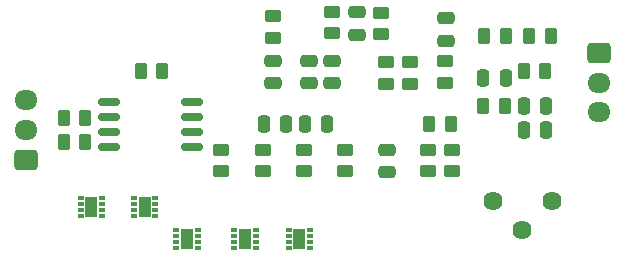
<source format=gbr>
%TF.GenerationSoftware,KiCad,Pcbnew,9.0.4*%
%TF.CreationDate,2025-09-27T14:14:02+05:30*%
%TF.ProjectId,EEG,4545472e-6b69-4636-9164-5f7063625858,rev?*%
%TF.SameCoordinates,Original*%
%TF.FileFunction,Soldermask,Top*%
%TF.FilePolarity,Negative*%
%FSLAX46Y46*%
G04 Gerber Fmt 4.6, Leading zero omitted, Abs format (unit mm)*
G04 Created by KiCad (PCBNEW 9.0.4) date 2025-09-27 14:14:02*
%MOMM*%
%LPD*%
G01*
G04 APERTURE LIST*
G04 Aperture macros list*
%AMRoundRect*
0 Rectangle with rounded corners*
0 $1 Rounding radius*
0 $2 $3 $4 $5 $6 $7 $8 $9 X,Y pos of 4 corners*
0 Add a 4 corners polygon primitive as box body*
4,1,4,$2,$3,$4,$5,$6,$7,$8,$9,$2,$3,0*
0 Add four circle primitives for the rounded corners*
1,1,$1+$1,$2,$3*
1,1,$1+$1,$4,$5*
1,1,$1+$1,$6,$7*
1,1,$1+$1,$8,$9*
0 Add four rect primitives between the rounded corners*
20,1,$1+$1,$2,$3,$4,$5,0*
20,1,$1+$1,$4,$5,$6,$7,0*
20,1,$1+$1,$6,$7,$8,$9,0*
20,1,$1+$1,$8,$9,$2,$3,0*%
G04 Aperture macros list end*
%ADD10RoundRect,0.250000X-0.450000X0.262500X-0.450000X-0.262500X0.450000X-0.262500X0.450000X0.262500X0*%
%ADD11RoundRect,0.250000X-0.475000X0.250000X-0.475000X-0.250000X0.475000X-0.250000X0.475000X0.250000X0*%
%ADD12RoundRect,0.250000X0.262500X0.450000X-0.262500X0.450000X-0.262500X-0.450000X0.262500X-0.450000X0*%
%ADD13R,0.500000X0.300000*%
%ADD14R,1.050000X1.750000*%
%ADD15RoundRect,0.250000X-0.262500X-0.450000X0.262500X-0.450000X0.262500X0.450000X-0.262500X0.450000X0*%
%ADD16RoundRect,0.250000X0.450000X-0.262500X0.450000X0.262500X-0.450000X0.262500X-0.450000X-0.262500X0*%
%ADD17RoundRect,0.250000X0.725000X-0.600000X0.725000X0.600000X-0.725000X0.600000X-0.725000X-0.600000X0*%
%ADD18O,1.950000X1.700000*%
%ADD19RoundRect,0.250000X0.250000X0.475000X-0.250000X0.475000X-0.250000X-0.475000X0.250000X-0.475000X0*%
%ADD20RoundRect,0.150000X-0.800000X-0.150000X0.800000X-0.150000X0.800000X0.150000X-0.800000X0.150000X0*%
%ADD21C,1.620000*%
%ADD22RoundRect,0.250000X0.475000X-0.250000X0.475000X0.250000X-0.475000X0.250000X-0.475000X-0.250000X0*%
%ADD23RoundRect,0.250000X-0.250000X-0.475000X0.250000X-0.475000X0.250000X0.475000X-0.250000X0.475000X0*%
%ADD24RoundRect,0.250000X-0.725000X0.600000X-0.725000X-0.600000X0.725000X-0.600000X0.725000X0.600000X0*%
G04 APERTURE END LIST*
D10*
%TO.C,R15*%
X147500000Y-85175000D03*
X147500000Y-87000000D03*
%TD*%
D11*
%TO.C,C6*%
X142000000Y-85175000D03*
X142000000Y-87075000D03*
%TD*%
D12*
%TO.C,R12*%
X152097500Y-75500000D03*
X150272500Y-75500000D03*
%TD*%
D10*
%TO.C,R5*%
X132412500Y-73850000D03*
X132412500Y-75675000D03*
%TD*%
D13*
%TO.C,U4*%
X124200000Y-92000000D03*
X124200000Y-92500000D03*
X124200000Y-93000000D03*
X124200000Y-93500000D03*
X126000000Y-93500000D03*
X126000000Y-93000000D03*
X126000000Y-92500000D03*
X126000000Y-92000000D03*
D14*
X125100000Y-92750000D03*
%TD*%
D11*
%TO.C,C3*%
X137412500Y-77637500D03*
X137412500Y-79537500D03*
%TD*%
D10*
%TO.C,R20*%
X145500000Y-85175000D03*
X145500000Y-87000000D03*
%TD*%
D15*
%TO.C,R1*%
X121175000Y-78500000D03*
X123000000Y-78500000D03*
%TD*%
D13*
%TO.C,U2*%
X116100000Y-89250000D03*
X116100000Y-89750000D03*
X116100000Y-90250000D03*
X116100000Y-90750000D03*
X117900000Y-90750000D03*
X117900000Y-90250000D03*
X117900000Y-89750000D03*
X117900000Y-89250000D03*
D14*
X117000000Y-90000000D03*
%TD*%
D12*
%TO.C,R19*%
X147412500Y-83000000D03*
X145587500Y-83000000D03*
%TD*%
D16*
%TO.C,R18*%
X128000000Y-87000000D03*
X128000000Y-85175000D03*
%TD*%
D17*
%TO.C,J2*%
X111500000Y-86000000D03*
D18*
X111500000Y-83500000D03*
X111500000Y-81000000D03*
%TD*%
D13*
%TO.C,U5*%
X129100000Y-92000000D03*
X129100000Y-92500000D03*
X129100000Y-93000000D03*
X129100000Y-93500000D03*
X130900000Y-93500000D03*
X130900000Y-93000000D03*
X130900000Y-92500000D03*
X130900000Y-92000000D03*
D14*
X130000000Y-92750000D03*
%TD*%
D10*
%TO.C,R4*%
X137412500Y-73500000D03*
X137412500Y-75325000D03*
%TD*%
%TO.C,R3*%
X135000000Y-85175000D03*
X135000000Y-87000000D03*
%TD*%
D15*
%TO.C,R13*%
X150175000Y-81500000D03*
X152000000Y-81500000D03*
%TD*%
D10*
%TO.C,R11*%
X131500000Y-85175000D03*
X131500000Y-87000000D03*
%TD*%
D11*
%TO.C,C8*%
X147000000Y-74050000D03*
X147000000Y-75950000D03*
%TD*%
D19*
%TO.C,C2*%
X136950000Y-83000000D03*
X135050000Y-83000000D03*
%TD*%
D10*
%TO.C,R6*%
X143952500Y-77770000D03*
X143952500Y-79595000D03*
%TD*%
D20*
%TO.C,U1*%
X118500000Y-81095000D03*
X118500000Y-82365000D03*
X118500000Y-83635000D03*
X118500000Y-84905000D03*
X125500000Y-84905000D03*
X125500000Y-83635000D03*
X125500000Y-82365000D03*
X125500000Y-81095000D03*
%TD*%
D11*
%TO.C,C4*%
X135412500Y-77637500D03*
X135412500Y-79537500D03*
%TD*%
D13*
%TO.C,U3*%
X120600000Y-89250000D03*
X120600000Y-89750000D03*
X120600000Y-90250000D03*
X120600000Y-90750000D03*
X122400000Y-90750000D03*
X122400000Y-90250000D03*
X122400000Y-89750000D03*
X122400000Y-89250000D03*
D14*
X121500000Y-90000000D03*
%TD*%
D10*
%TO.C,R2*%
X141500000Y-73587500D03*
X141500000Y-75412500D03*
%TD*%
D12*
%TO.C,R14*%
X155412500Y-78500000D03*
X153587500Y-78500000D03*
%TD*%
D21*
%TO.C,RV1*%
X156000000Y-89500000D03*
X153500000Y-92000000D03*
X151000000Y-89500000D03*
%TD*%
D19*
%TO.C,C7*%
X152075000Y-79090000D03*
X150175000Y-79090000D03*
%TD*%
D10*
%TO.C,R8*%
X141912500Y-77762500D03*
X141912500Y-79587500D03*
%TD*%
D16*
%TO.C,R9*%
X146912500Y-79500000D03*
X146912500Y-77675000D03*
%TD*%
D12*
%TO.C,R16*%
X116500000Y-82500000D03*
X114675000Y-82500000D03*
%TD*%
D22*
%TO.C,C5*%
X132402500Y-79537500D03*
X132402500Y-77637500D03*
%TD*%
D19*
%TO.C,C16*%
X155500000Y-83500000D03*
X153600000Y-83500000D03*
%TD*%
D13*
%TO.C,U6*%
X133700000Y-92000000D03*
X133700000Y-92500000D03*
X133700000Y-93000000D03*
X133700000Y-93500000D03*
X135500000Y-93500000D03*
X135500000Y-93000000D03*
X135500000Y-92500000D03*
X135500000Y-92000000D03*
D14*
X134600000Y-92750000D03*
%TD*%
D23*
%TO.C,C10*%
X153600000Y-81500000D03*
X155500000Y-81500000D03*
%TD*%
D12*
%TO.C,R10*%
X155912500Y-75500000D03*
X154087500Y-75500000D03*
%TD*%
D19*
%TO.C,C9*%
X133500000Y-83000000D03*
X131600000Y-83000000D03*
%TD*%
D12*
%TO.C,R17*%
X116500000Y-84500000D03*
X114675000Y-84500000D03*
%TD*%
D10*
%TO.C,R7*%
X138500000Y-85175000D03*
X138500000Y-87000000D03*
%TD*%
D24*
%TO.C,J1*%
X160000000Y-77000000D03*
D18*
X160000000Y-79500000D03*
X160000000Y-82000000D03*
%TD*%
D22*
%TO.C,C1*%
X139500000Y-75450000D03*
X139500000Y-73550000D03*
%TD*%
M02*

</source>
